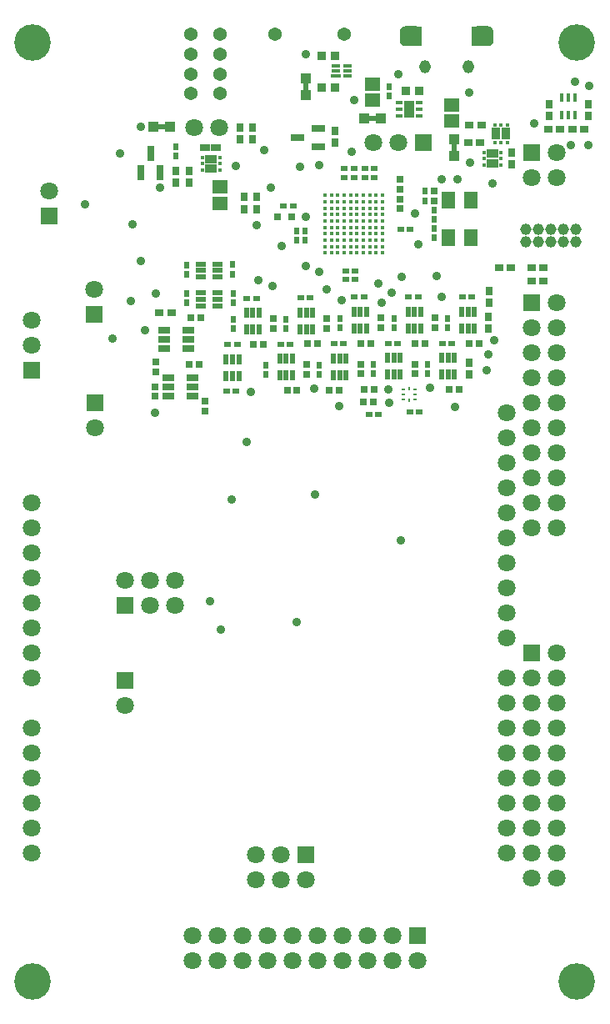
<source format=gbs>
G04 Layer_Color=16711935*
%FSLAX43Y43*%
%MOMM*%
G71*
G01*
G75*
%ADD70C,0.500*%
%ADD92R,0.250X0.400*%
%ADD93R,0.400X0.250*%
%ADD127R,0.510X0.900*%
%ADD129R,0.900X0.510*%
%ADD130R,1.050X1.100*%
%ADD133C,1.370*%
%ADD148R,0.800X0.800*%
%ADD152R,1.600X1.450*%
%ADD153R,1.000X0.700*%
%ADD155R,1.100X1.050*%
%ADD156R,0.750X0.900*%
%ADD157R,0.900X0.750*%
%ADD158R,0.650X0.700*%
%ADD159R,0.600X0.750*%
%ADD162R,0.700X0.650*%
G04:AMPARAMS|DCode=164|XSize=1.15mm|YSize=1.35mm|CornerRadius=0.575mm|HoleSize=0mm|Usage=FLASHONLY|Rotation=180.000|XOffset=0mm|YOffset=0mm|HoleType=Round|Shape=RoundedRectangle|*
%AMROUNDEDRECTD164*
21,1,1.150,0.200,0,0,180.0*
21,1,0.000,1.350,0,0,180.0*
1,1,1.150,0.000,0.100*
1,1,1.150,0.000,0.100*
1,1,1.150,0.000,-0.100*
1,1,1.150,0.000,-0.100*
%
%ADD164ROUNDEDRECTD164*%
G04:AMPARAMS|DCode=165|XSize=1.15mm|YSize=1.35mm|CornerRadius=0.575mm|HoleSize=0mm|Usage=FLASHONLY|Rotation=180.000|XOffset=0mm|YOffset=0mm|HoleType=Round|Shape=RoundedRectangle|*
%AMROUNDEDRECTD165*
21,1,1.150,0.200,0,0,180.0*
21,1,0.000,1.350,0,0,180.0*
1,1,1.150,0.000,0.100*
1,1,1.150,0.000,0.100*
1,1,1.150,0.000,-0.100*
1,1,1.150,0.000,-0.100*
%
%ADD165ROUNDEDRECTD165*%
G04:AMPARAMS|DCode=166|XSize=2.2mm|YSize=2mm|CornerRadius=0.544mm|HoleSize=0mm|Usage=FLASHONLY|Rotation=180.000|XOffset=0mm|YOffset=0mm|HoleType=Round|Shape=RoundedRectangle|*
%AMROUNDEDRECTD166*
21,1,2.200,0.912,0,0,180.0*
21,1,1.112,2.000,0,0,180.0*
1,1,1.088,-0.556,0.456*
1,1,1.088,0.556,0.456*
1,1,1.088,0.556,-0.456*
1,1,1.088,-0.556,-0.456*
%
%ADD166ROUNDEDRECTD166*%
%ADD168R,1.800X1.800*%
%ADD169C,1.800*%
%ADD170C,1.800*%
%ADD171R,1.800X1.800*%
%ADD172C,1.150*%
%ADD173C,1.150*%
%ADD174R,1.800X1.800*%
%ADD175C,3.700*%
%ADD176R,1.400X1.700*%
%ADD177R,0.950X0.400*%
%ADD178R,1.050X0.400*%
%ADD179C,0.380*%
%ADD180R,0.500X1.100*%
%ADD181R,1.150X0.820*%
%ADD182R,0.400X0.450*%
%ADD183R,1.150X0.700*%
%ADD184R,1.400X0.700*%
%ADD185R,0.450X0.950*%
%ADD186R,0.700X1.500*%
%ADD187R,0.900X0.950*%
%ADD188R,0.750X0.600*%
%ADD189R,0.820X1.150*%
%ADD190R,0.450X0.400*%
%ADD191R,1.100X0.500*%
%ADD192C,0.900*%
%ADD193C,0.900*%
%ADD194R,1.100X1.700*%
%ADD195R,0.700X0.400*%
%ADD196C,0.900*%
G36*
X-11398Y-675D02*
X-11396Y-675D01*
X-11348Y-679D01*
X-11347Y-679D01*
X-11345Y-679D01*
X-11292Y-686D01*
X-11289Y-687D01*
X-11285Y-688D01*
X-11232Y-703D01*
X-11230Y-703D01*
X-11228Y-704D01*
X-11185Y-720D01*
X-11183Y-721D01*
X-11181Y-722D01*
X-11139Y-742D01*
X-11137Y-743D01*
X-11134Y-745D01*
X-11090Y-773D01*
X-11088Y-774D01*
X-11087Y-775D01*
X-11049Y-804D01*
X-11047Y-805D01*
X-11046Y-806D01*
X-11007Y-840D01*
X-11004Y-843D01*
X-11001Y-846D01*
X-10972Y-882D01*
X-10971Y-883D01*
X-10971Y-884D01*
X-10943Y-921D01*
X-10941Y-923D01*
X-10940Y-926D01*
X-10916Y-967D01*
X-10915Y-969D01*
X-10914Y-970D01*
X-10894Y-1012D01*
X-10893Y-1014D01*
X-10892Y-1016D01*
X-10876Y-1058D01*
X-10875Y-1061D01*
X-10874Y-1064D01*
X-10862Y-1115D01*
X-10862Y-1117D01*
X-10861Y-1119D01*
X-10854Y-1164D01*
X-10854Y-1166D01*
X-10854Y-1168D01*
X-10850Y-1221D01*
X-10850Y-1223D01*
X-10850Y-1225D01*
Y-2125D01*
X-10850Y-2127D01*
X-10850Y-2129D01*
X-10854Y-2184D01*
X-10854Y-2186D01*
X-10855Y-2189D01*
X-10863Y-2234D01*
X-10863Y-2235D01*
X-10863Y-2237D01*
X-10875Y-2287D01*
X-10876Y-2290D01*
X-10877Y-2294D01*
X-10893Y-2334D01*
X-10906Y-2366D01*
X-10908Y-2370D01*
X-10910Y-2373D01*
X-10935Y-2416D01*
X-10936Y-2418D01*
X-10937Y-2420D01*
X-10963Y-2457D01*
X-10964Y-2458D01*
X-10965Y-2460D01*
X-10996Y-2498D01*
X-10999Y-2500D01*
X-11001Y-2503D01*
X-11046Y-2544D01*
X-11048Y-2546D01*
X-11050Y-2547D01*
X-11090Y-2577D01*
X-11092Y-2578D01*
X-11093Y-2579D01*
X-11139Y-2609D01*
X-11142Y-2610D01*
X-11145Y-2612D01*
X-11198Y-2636D01*
X-11201Y-2637D01*
X-11205Y-2638D01*
X-11292Y-2664D01*
X-11297Y-2665D01*
X-11301Y-2666D01*
X-11301Y-2666D01*
X-11301Y-2666D01*
X-11301D01*
X-11395Y-2675D01*
X-11398Y-2675D01*
X-11400Y-2675D01*
X-13000D01*
X-13010Y-2674D01*
X-13019Y-2671D01*
X-13028Y-2667D01*
X-13036Y-2661D01*
X-13042Y-2653D01*
X-13046Y-2644D01*
X-13049Y-2635D01*
X-13050Y-2625D01*
Y-725D01*
X-13049Y-715D01*
X-13046Y-706D01*
X-13042Y-697D01*
X-13036Y-689D01*
X-13028Y-683D01*
X-13019Y-679D01*
X-13010Y-676D01*
X-13000Y-675D01*
X-11400D01*
X-11398Y-675D01*
D02*
G37*
G36*
X-18190Y-676D02*
X-18181Y-679D01*
X-18172Y-683D01*
X-18164Y-689D01*
X-18158Y-697D01*
X-18154Y-706D01*
X-18151Y-715D01*
X-18150Y-725D01*
Y-2625D01*
X-18151Y-2635D01*
X-18154Y-2644D01*
X-18158Y-2653D01*
X-18164Y-2661D01*
X-18172Y-2667D01*
X-18181Y-2671D01*
X-18190Y-2674D01*
X-18200Y-2675D01*
X-19800D01*
X-19802Y-2675D01*
X-19804Y-2675D01*
X-19852Y-2671D01*
X-19853Y-2671D01*
X-19855Y-2671D01*
X-19908Y-2664D01*
X-19911Y-2663D01*
X-19915Y-2662D01*
X-19968Y-2647D01*
X-19970Y-2647D01*
X-19972Y-2646D01*
X-20015Y-2630D01*
X-20017Y-2629D01*
X-20019Y-2628D01*
X-20061Y-2608D01*
X-20063Y-2607D01*
X-20066Y-2605D01*
X-20110Y-2577D01*
X-20112Y-2576D01*
X-20113Y-2575D01*
X-20151Y-2546D01*
X-20153Y-2545D01*
X-20154Y-2544D01*
X-20193Y-2510D01*
X-20196Y-2507D01*
X-20199Y-2504D01*
X-20228Y-2468D01*
X-20229Y-2467D01*
X-20229Y-2466D01*
X-20257Y-2429D01*
X-20259Y-2427D01*
X-20260Y-2424D01*
X-20284Y-2383D01*
X-20285Y-2381D01*
X-20286Y-2380D01*
X-20306Y-2338D01*
X-20307Y-2336D01*
X-20308Y-2334D01*
X-20324Y-2292D01*
X-20325Y-2289D01*
X-20326Y-2286D01*
X-20338Y-2235D01*
X-20338Y-2233D01*
X-20339Y-2231D01*
X-20346Y-2186D01*
X-20346Y-2184D01*
X-20346Y-2182D01*
X-20350Y-2129D01*
X-20350Y-2127D01*
X-20350Y-2125D01*
Y-1225D01*
X-20350Y-1223D01*
X-20350Y-1221D01*
X-20346Y-1166D01*
X-20346Y-1164D01*
X-20345Y-1161D01*
X-20337Y-1116D01*
X-20337Y-1115D01*
X-20337Y-1113D01*
X-20325Y-1063D01*
X-20324Y-1060D01*
X-20323Y-1056D01*
X-20307Y-1016D01*
X-20294Y-984D01*
X-20292Y-980D01*
X-20290Y-977D01*
X-20265Y-934D01*
X-20264Y-932D01*
X-20263Y-930D01*
X-20237Y-893D01*
X-20236Y-892D01*
X-20235Y-890D01*
X-20204Y-852D01*
X-20201Y-850D01*
X-20199Y-847D01*
X-20154Y-806D01*
X-20152Y-804D01*
X-20150Y-803D01*
X-20110Y-773D01*
X-20108Y-772D01*
X-20107Y-771D01*
X-20061Y-742D01*
X-20058Y-740D01*
X-20055Y-738D01*
X-20002Y-714D01*
X-19999Y-713D01*
X-19995Y-712D01*
X-19908Y-686D01*
X-19903Y-685D01*
X-19899Y-684D01*
X-19899Y-684D01*
X-19899Y-684D01*
X-19899D01*
X-19805Y-675D01*
X-19802Y-675D01*
X-19800Y-675D01*
X-18200D01*
X-18190Y-676D01*
D02*
G37*
D70*
X-19413Y-9488D02*
D03*
Y-8688D02*
D03*
D92*
X-19375Y-37450D02*
D03*
Y-38650D02*
D03*
D93*
X-19980Y-38050D02*
D03*
Y-37550D02*
D03*
Y-38550D02*
D03*
X-18770D02*
D03*
Y-37550D02*
D03*
Y-38050D02*
D03*
D127*
X-14805Y-13013D02*
D03*
X-29920Y-6825D02*
D03*
D129*
X-44513Y-10855D02*
D03*
X-23112Y-10018D02*
D03*
D130*
X-14800Y-13863D02*
D03*
Y-12163D02*
D03*
X-29925Y-5975D02*
D03*
Y-7675D02*
D03*
D133*
X-33000Y-1500D02*
D03*
X-26000D02*
D03*
X-41600D02*
D03*
Y-3500D02*
D03*
X-38600D02*
D03*
Y-1500D02*
D03*
Y-5500D02*
D03*
X-41600D02*
D03*
X-38600Y-7500D02*
D03*
X-41600D02*
D03*
D148*
X-31375Y-20000D02*
D03*
X-32775D02*
D03*
D152*
X-15125Y-8650D02*
D03*
Y-10300D02*
D03*
X-38612Y-18663D02*
D03*
Y-17013D02*
D03*
X-23100Y-6525D02*
D03*
Y-8175D02*
D03*
D153*
X-40150Y-12965D02*
D03*
X-39050D02*
D03*
D155*
X-43662Y-10850D02*
D03*
X-45362D02*
D03*
X-22263Y-10012D02*
D03*
X-23962D02*
D03*
D156*
X-43138Y-15365D02*
D03*
Y-16565D02*
D03*
X-8950Y-14675D02*
D03*
Y-13475D02*
D03*
X-34900Y-18025D02*
D03*
Y-19225D02*
D03*
X-36200Y-19225D02*
D03*
Y-18025D02*
D03*
X-41787Y-15365D02*
D03*
Y-16565D02*
D03*
X-1200Y-8600D02*
D03*
Y-9800D02*
D03*
X-5200Y-9800D02*
D03*
Y-8600D02*
D03*
X-26950Y-12462D02*
D03*
Y-11262D02*
D03*
X-36600Y-10950D02*
D03*
Y-12150D02*
D03*
X-35325Y-12150D02*
D03*
Y-10950D02*
D03*
X-13350Y-34825D02*
D03*
Y-36025D02*
D03*
X-11325Y-30150D02*
D03*
Y-31350D02*
D03*
X-11300Y-28712D02*
D03*
Y-27513D02*
D03*
D157*
X-12075Y-10700D02*
D03*
X-13275D02*
D03*
X-13425Y-12450D02*
D03*
X-12225D02*
D03*
X-9038Y-25200D02*
D03*
X-10238D02*
D03*
X-5800D02*
D03*
X-7000D02*
D03*
X-5800Y-26500D02*
D03*
X-7000D02*
D03*
X-5300Y-11100D02*
D03*
X-4100D02*
D03*
X-2800D02*
D03*
X-1600D02*
D03*
X-43575Y-29775D02*
D03*
X-44775D02*
D03*
D158*
X-40125Y-39763D02*
D03*
Y-38763D02*
D03*
X-20300Y-18200D02*
D03*
Y-19200D02*
D03*
X-18775Y-34975D02*
D03*
Y-35975D02*
D03*
X-16775Y-30250D02*
D03*
Y-31250D02*
D03*
X-33200Y-31375D02*
D03*
Y-30375D02*
D03*
X-27750Y-31325D02*
D03*
Y-30325D02*
D03*
X-22275Y-31250D02*
D03*
Y-30250D02*
D03*
X-24350Y-35975D02*
D03*
Y-34975D02*
D03*
X-29800Y-36025D02*
D03*
Y-35025D02*
D03*
X-20300Y-17200D02*
D03*
Y-16200D02*
D03*
X-45125Y-34787D02*
D03*
Y-35787D02*
D03*
X-45263Y-37250D02*
D03*
Y-38250D02*
D03*
X-16900Y-18400D02*
D03*
Y-17400D02*
D03*
D159*
X-43138Y-12887D02*
D03*
Y-13837D02*
D03*
X-33975Y-36050D02*
D03*
Y-35100D02*
D03*
X-30875Y-22375D02*
D03*
Y-21425D02*
D03*
X-30000Y-22375D02*
D03*
Y-21425D02*
D03*
X-17800Y-18375D02*
D03*
Y-17425D02*
D03*
X-16900Y-20275D02*
D03*
Y-19325D02*
D03*
X-20950Y-31275D02*
D03*
Y-30325D02*
D03*
X-23025Y-35950D02*
D03*
Y-35000D02*
D03*
X-17525Y-35950D02*
D03*
Y-35000D02*
D03*
X-15500Y-31275D02*
D03*
Y-30325D02*
D03*
X-37375Y-25825D02*
D03*
Y-24875D02*
D03*
X-42025Y-24900D02*
D03*
Y-25850D02*
D03*
X-31925Y-31350D02*
D03*
Y-30400D02*
D03*
X-37287Y-31400D02*
D03*
Y-30450D02*
D03*
X-26450Y-31275D02*
D03*
Y-30325D02*
D03*
X-37300Y-28775D02*
D03*
Y-27825D02*
D03*
X-42025Y-27825D02*
D03*
Y-28775D02*
D03*
X-28525Y-36000D02*
D03*
Y-35050D02*
D03*
X-21450Y-7725D02*
D03*
Y-6775D02*
D03*
X-16900Y-21225D02*
D03*
Y-22175D02*
D03*
D162*
X-23025Y-38825D02*
D03*
X-24025D02*
D03*
X-23000Y-37550D02*
D03*
X-24000D02*
D03*
X-41750Y-34975D02*
D03*
X-40750D02*
D03*
X-18775Y-32850D02*
D03*
X-17775D02*
D03*
X-15350Y-37525D02*
D03*
X-14350D02*
D03*
X-41550Y-30275D02*
D03*
X-40550D02*
D03*
X-13325Y-32850D02*
D03*
X-12325D02*
D03*
X-29750Y-32925D02*
D03*
X-28750D02*
D03*
X-35200Y-32975D02*
D03*
X-34200D02*
D03*
X-24275Y-32850D02*
D03*
X-23275D02*
D03*
X-26550Y-37625D02*
D03*
X-27550D02*
D03*
X-31800D02*
D03*
X-30800D02*
D03*
D164*
X-13375Y-4800D02*
D03*
D165*
X-17825D02*
D03*
D166*
X-19250Y-1675D02*
D03*
X-11950D02*
D03*
D168*
X-57778Y-35570D02*
D03*
X-48240Y-67120D02*
D03*
X-6970Y-64290D02*
D03*
Y-28730D02*
D03*
X-56000Y-19940D02*
D03*
X-51300Y-38925D02*
D03*
X-51400Y-29958D02*
D03*
X-6970Y-13490D02*
D03*
D169*
X-57778Y-82070D02*
D03*
Y-84610D02*
D03*
Y-76990D02*
D03*
Y-79530D02*
D03*
Y-74450D02*
D03*
Y-71910D02*
D03*
X-9518Y-84610D02*
D03*
Y-82070D02*
D03*
Y-76990D02*
D03*
Y-79530D02*
D03*
Y-69370D02*
D03*
Y-66830D02*
D03*
Y-71910D02*
D03*
Y-74450D02*
D03*
Y-52606D02*
D03*
Y-44986D02*
D03*
Y-47526D02*
D03*
Y-57686D02*
D03*
Y-55146D02*
D03*
Y-60226D02*
D03*
Y-62766D02*
D03*
X-57778Y-30490D02*
D03*
Y-33030D02*
D03*
X-48240Y-69660D02*
D03*
X-4430Y-87150D02*
D03*
X-6970Y-76990D02*
D03*
X-4430D02*
D03*
Y-79530D02*
D03*
X-6970D02*
D03*
X-4430Y-82070D02*
D03*
Y-84610D02*
D03*
X-6970D02*
D03*
Y-87150D02*
D03*
X-4430Y-64290D02*
D03*
X-43160Y-59500D02*
D03*
Y-56960D02*
D03*
X-4430Y-51590D02*
D03*
X-6970Y-41430D02*
D03*
X-4430D02*
D03*
Y-43970D02*
D03*
X-6970D02*
D03*
Y-51590D02*
D03*
X-4430Y-28730D02*
D03*
X-18570Y-95570D02*
D03*
X-41430Y-93030D02*
D03*
X-38890D02*
D03*
Y-95570D02*
D03*
X-36350Y-93030D02*
D03*
Y-95570D02*
D03*
X-31270D02*
D03*
Y-93030D02*
D03*
X-41430Y-95570D02*
D03*
X-57778Y-49050D02*
D03*
Y-51590D02*
D03*
Y-56670D02*
D03*
Y-54130D02*
D03*
Y-64290D02*
D03*
Y-66830D02*
D03*
Y-61750D02*
D03*
Y-59210D02*
D03*
X-32429Y-84750D02*
D03*
X-34969Y-87290D02*
D03*
X-29889D02*
D03*
X-51300Y-41465D02*
D03*
X-20525Y-12525D02*
D03*
X-4430Y-13490D02*
D03*
D170*
X-9518Y-50066D02*
D03*
Y-42446D02*
D03*
Y-39906D02*
D03*
X-6970Y-82070D02*
D03*
Y-74450D02*
D03*
Y-71910D02*
D03*
X-4430D02*
D03*
X-6970Y-69370D02*
D03*
X-4430D02*
D03*
X-6970Y-66830D02*
D03*
X-4430D02*
D03*
Y-74450D02*
D03*
X-38730Y-10950D02*
D03*
X-41270D02*
D03*
X-45700Y-59500D02*
D03*
Y-56960D02*
D03*
X-48240D02*
D03*
X-4430Y-46510D02*
D03*
X-6970D02*
D03*
X-4430Y-49050D02*
D03*
X-6970D02*
D03*
Y-38890D02*
D03*
Y-36350D02*
D03*
X-4430D02*
D03*
X-6970Y-33810D02*
D03*
X-4430D02*
D03*
X-6970Y-31270D02*
D03*
X-4430D02*
D03*
Y-38890D02*
D03*
X-28730Y-95570D02*
D03*
X-21110D02*
D03*
Y-93030D02*
D03*
X-23650Y-95570D02*
D03*
Y-93030D02*
D03*
X-26190Y-95570D02*
D03*
Y-93030D02*
D03*
X-28730D02*
D03*
X-33810D02*
D03*
Y-95570D02*
D03*
X-56000Y-17400D02*
D03*
X-34969Y-84750D02*
D03*
X-32429Y-87290D02*
D03*
X-51400Y-27417D02*
D03*
X-23065Y-12525D02*
D03*
X-6970Y-16030D02*
D03*
X-4430D02*
D03*
D171*
X-18570Y-93030D02*
D03*
X-29889Y-84750D02*
D03*
X-17985Y-12525D02*
D03*
D172*
X-7530Y-21305D02*
D03*
X-4990Y-22575D02*
D03*
X-6260D02*
D03*
Y-21305D02*
D03*
X-4990D02*
D03*
X-3720D02*
D03*
X-2450D02*
D03*
D173*
X-7530Y-22575D02*
D03*
X-2450D02*
D03*
X-3720D02*
D03*
D174*
X-48240Y-59500D02*
D03*
D175*
X-2350Y-2350D02*
D03*
X-57650D02*
D03*
X-2350Y-97650D02*
D03*
X-57650D02*
D03*
D176*
X-13100Y-22150D02*
D03*
Y-18350D02*
D03*
X-15400D02*
D03*
Y-22150D02*
D03*
D177*
X-25638Y-5225D02*
D03*
X-26888D02*
D03*
X-25638Y-5725D02*
D03*
Y-4725D02*
D03*
X-26888D02*
D03*
D178*
X-26837Y-5725D02*
D03*
D179*
X-27300Y-20450D02*
D03*
X-27950Y-17850D02*
D03*
X-27300D02*
D03*
X-26650D02*
D03*
X-26000D02*
D03*
X-25350D02*
D03*
X-24700D02*
D03*
X-24050D02*
D03*
X-23400D02*
D03*
X-22750D02*
D03*
X-22100D02*
D03*
X-27950Y-18500D02*
D03*
X-27300D02*
D03*
X-26650D02*
D03*
X-26000D02*
D03*
X-25350D02*
D03*
X-24700D02*
D03*
X-24050D02*
D03*
X-23400D02*
D03*
X-22750D02*
D03*
X-22100D02*
D03*
X-27950Y-19150D02*
D03*
X-27300D02*
D03*
X-26650D02*
D03*
X-26000D02*
D03*
X-25350D02*
D03*
X-24700D02*
D03*
X-24050D02*
D03*
X-23400D02*
D03*
X-22750D02*
D03*
X-27950Y-19800D02*
D03*
X-27300D02*
D03*
X-26650D02*
D03*
X-26000D02*
D03*
X-25350D02*
D03*
X-24700D02*
D03*
X-24050D02*
D03*
X-23400D02*
D03*
X-22750D02*
D03*
X-27950Y-20450D02*
D03*
X-26650D02*
D03*
X-26000D02*
D03*
X-25350D02*
D03*
X-24700D02*
D03*
X-24050D02*
D03*
X-23400D02*
D03*
X-22750D02*
D03*
X-27950Y-21750D02*
D03*
X-27300D02*
D03*
X-26650D02*
D03*
X-26000D02*
D03*
X-25350D02*
D03*
X-24700D02*
D03*
X-24050D02*
D03*
X-23400D02*
D03*
X-22750D02*
D03*
X-27950Y-22400D02*
D03*
X-27300D02*
D03*
X-26650D02*
D03*
X-26000D02*
D03*
X-25350D02*
D03*
X-24700D02*
D03*
X-24050D02*
D03*
X-23400D02*
D03*
X-22750D02*
D03*
X-27950Y-23050D02*
D03*
X-27300D02*
D03*
X-26650D02*
D03*
X-26000D02*
D03*
X-25350D02*
D03*
X-24700D02*
D03*
X-24050D02*
D03*
X-23400D02*
D03*
X-22750D02*
D03*
X-27950Y-23700D02*
D03*
X-27300D02*
D03*
X-26650D02*
D03*
X-26000D02*
D03*
X-25350D02*
D03*
X-24700D02*
D03*
X-24050D02*
D03*
X-23400D02*
D03*
X-22750D02*
D03*
X-27950Y-21100D02*
D03*
X-27300D02*
D03*
X-26650D02*
D03*
X-26000D02*
D03*
X-25350D02*
D03*
X-24700D02*
D03*
X-24050D02*
D03*
X-23400D02*
D03*
X-22750D02*
D03*
X-22100D02*
D03*
Y-19150D02*
D03*
Y-19800D02*
D03*
Y-20450D02*
D03*
Y-21750D02*
D03*
Y-22400D02*
D03*
Y-23050D02*
D03*
Y-23700D02*
D03*
D180*
X-32550Y-34425D02*
D03*
X-31900D02*
D03*
X-31250D02*
D03*
Y-36125D02*
D03*
X-31900D02*
D03*
X-32550D02*
D03*
X-19525Y-29650D02*
D03*
X-18875D02*
D03*
X-18225D02*
D03*
Y-31350D02*
D03*
X-18875D02*
D03*
X-19525D02*
D03*
X-21600Y-34325D02*
D03*
X-20950D02*
D03*
X-20300D02*
D03*
Y-36025D02*
D03*
X-20950D02*
D03*
X-21600D02*
D03*
X-16100Y-34325D02*
D03*
X-15450D02*
D03*
X-14800D02*
D03*
Y-36025D02*
D03*
X-15450D02*
D03*
X-16100D02*
D03*
X-38000Y-34475D02*
D03*
X-37350D02*
D03*
X-36700D02*
D03*
Y-36175D02*
D03*
X-37350D02*
D03*
X-38000D02*
D03*
X-14075Y-29650D02*
D03*
X-13425D02*
D03*
X-12775D02*
D03*
Y-31350D02*
D03*
X-13425D02*
D03*
X-14075D02*
D03*
X-30500Y-29725D02*
D03*
X-29850D02*
D03*
X-29200D02*
D03*
Y-31425D02*
D03*
X-29850D02*
D03*
X-30500D02*
D03*
X-35950Y-29775D02*
D03*
X-35300D02*
D03*
X-34650D02*
D03*
Y-31475D02*
D03*
X-35300D02*
D03*
X-35950D02*
D03*
X-25025Y-29650D02*
D03*
X-24375D02*
D03*
X-23725D02*
D03*
Y-31350D02*
D03*
X-24375D02*
D03*
X-25025D02*
D03*
X-27100Y-34375D02*
D03*
X-26450D02*
D03*
X-25800D02*
D03*
Y-36075D02*
D03*
X-26450D02*
D03*
X-27100D02*
D03*
D181*
X-10950Y-13620D02*
D03*
X-10950Y-14600D02*
D03*
X-39525Y-15130D02*
D03*
X-39525Y-14150D02*
D03*
D182*
X-10075Y-13460D02*
D03*
Y-14110D02*
D03*
Y-14760D02*
D03*
X-11825D02*
D03*
Y-14110D02*
D03*
Y-13460D02*
D03*
X-40400Y-15290D02*
D03*
Y-14640D02*
D03*
Y-13990D02*
D03*
X-38650D02*
D03*
Y-14640D02*
D03*
Y-15290D02*
D03*
D183*
X-43875Y-36325D02*
D03*
Y-37275D02*
D03*
Y-38225D02*
D03*
X-41425D02*
D03*
Y-37275D02*
D03*
Y-36325D02*
D03*
X-44300Y-33425D02*
D03*
Y-32475D02*
D03*
Y-31525D02*
D03*
X-41850D02*
D03*
Y-32475D02*
D03*
Y-33425D02*
D03*
D184*
X-30750Y-11975D02*
D03*
X-28650Y-12925D02*
D03*
Y-11025D02*
D03*
D185*
X-3875Y-7875D02*
D03*
X-3225D02*
D03*
X-2575D02*
D03*
Y-9725D02*
D03*
X-3225D02*
D03*
X-3875D02*
D03*
D186*
X-44737Y-15500D02*
D03*
X-46638D02*
D03*
X-45688Y-13600D02*
D03*
D187*
X-26900Y-3638D02*
D03*
X-28300D02*
D03*
X-18362Y-7213D02*
D03*
X-19763D02*
D03*
X-26900Y-6887D02*
D03*
X-28300D02*
D03*
D188*
X-24900Y-26400D02*
D03*
X-25850D02*
D03*
X-24900Y-25500D02*
D03*
X-25850D02*
D03*
X-19325Y-21300D02*
D03*
X-20275D02*
D03*
X-32150Y-18900D02*
D03*
X-31200D02*
D03*
X-23450Y-40075D02*
D03*
X-22500D02*
D03*
X-19300Y-39825D02*
D03*
X-18350D02*
D03*
X-18500Y-28175D02*
D03*
X-19450D02*
D03*
X-20575Y-32850D02*
D03*
X-21525D02*
D03*
X-15075Y-32850D02*
D03*
X-16025D02*
D03*
X-36875Y-32975D02*
D03*
X-37825D02*
D03*
X-37950Y-37675D02*
D03*
X-37000D02*
D03*
X-13050Y-28175D02*
D03*
X-14000D02*
D03*
X-29475Y-28250D02*
D03*
X-30425D02*
D03*
X-34925Y-28300D02*
D03*
X-35875D02*
D03*
X-24000Y-28175D02*
D03*
X-24950D02*
D03*
X-26075Y-32900D02*
D03*
X-27025D02*
D03*
X-31525Y-32950D02*
D03*
X-32475D02*
D03*
X-25975Y-15100D02*
D03*
X-25025D02*
D03*
X-25975Y-16000D02*
D03*
X-25025D02*
D03*
X-22925Y-15100D02*
D03*
X-23875D02*
D03*
X-22925Y-16000D02*
D03*
X-23875D02*
D03*
D189*
X-10565Y-11575D02*
D03*
X-9585Y-11575D02*
D03*
D190*
X-10725Y-10700D02*
D03*
X-10075D02*
D03*
X-9425D02*
D03*
Y-12450D02*
D03*
X-10075D02*
D03*
X-10725D02*
D03*
D191*
X-38850Y-24825D02*
D03*
Y-25475D02*
D03*
Y-26125D02*
D03*
X-40550D02*
D03*
Y-25475D02*
D03*
Y-24825D02*
D03*
X-38850Y-27750D02*
D03*
Y-28400D02*
D03*
Y-29050D02*
D03*
X-40550D02*
D03*
Y-28400D02*
D03*
Y-27750D02*
D03*
D192*
X-25013Y-8175D02*
D03*
X-45263Y-39875D02*
D03*
X-29925Y-3525D02*
D03*
X-20500Y-5525D02*
D03*
D193*
X-34900Y-20850D02*
D03*
X-18800Y-19650D02*
D03*
X-25250Y-13438D02*
D03*
X-3000Y-12775D02*
D03*
X-2575Y-6300D02*
D03*
X-32350Y-22975D02*
D03*
X-33325Y-27075D02*
D03*
X-28573Y-25622D02*
D03*
X-28529Y-14788D02*
D03*
X-26550Y-39200D02*
D03*
X-11363Y-34013D02*
D03*
X-10950Y-16600D02*
D03*
X-14750Y-39350D02*
D03*
X-46237Y-31525D02*
D03*
X-11500Y-35638D02*
D03*
X-10800Y-32575D02*
D03*
X-22500Y-26800D02*
D03*
X-16575Y-26062D02*
D03*
X-36975Y-14850D02*
D03*
X-48825Y-13600D02*
D03*
X-20150Y-26150D02*
D03*
X-30487Y-14913D02*
D03*
X-45125Y-27850D02*
D03*
X-17250Y-37400D02*
D03*
X-21212Y-27737D02*
D03*
X-44700Y-17095D02*
D03*
X-21538Y-37575D02*
D03*
X-21462Y-38900D02*
D03*
X-1075Y-6750D02*
D03*
X-6725Y-10550D02*
D03*
X-29900Y-20025D02*
D03*
X-39675Y-59050D02*
D03*
X-29925Y-25000D02*
D03*
X-33425Y-17025D02*
D03*
X-18475Y-22812D02*
D03*
X-16100Y-16213D02*
D03*
X-34150Y-13225D02*
D03*
X-38525Y-61950D02*
D03*
X-27750Y-27425D02*
D03*
X-30875Y-61200D02*
D03*
X-52375Y-18725D02*
D03*
X-20263Y-52888D02*
D03*
X-29038Y-37500D02*
D03*
X-47675Y-28575D02*
D03*
X-47525Y-20800D02*
D03*
X-49550Y-32345D02*
D03*
X-35912Y-42888D02*
D03*
X-35450Y-37825D02*
D03*
X-46650Y-24538D02*
D03*
X-34725Y-26475D02*
D03*
X-1200Y-12725D02*
D03*
X-22237Y-28750D02*
D03*
X-26263Y-28525D02*
D03*
X-37463Y-48688D02*
D03*
X-16125Y-28125D02*
D03*
X-14500Y-16200D02*
D03*
X-13238Y-14525D02*
D03*
D194*
X-19413Y-9087D02*
D03*
D195*
X-18362Y-9738D02*
D03*
Y-9087D02*
D03*
Y-8438D02*
D03*
X-20462D02*
D03*
Y-9087D02*
D03*
Y-9738D02*
D03*
D196*
X-46638Y-10850D02*
D03*
X-13350Y-7400D02*
D03*
X-28962Y-48175D02*
D03*
M02*

</source>
